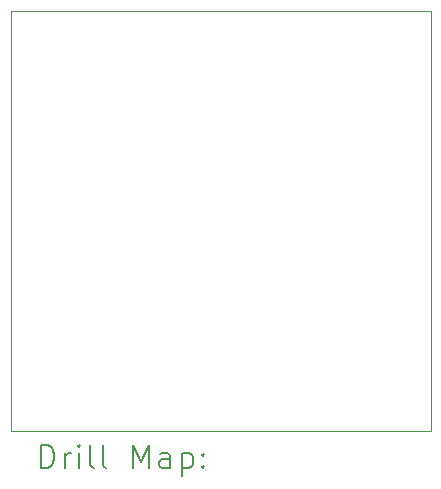
<source format=gbr>
%TF.GenerationSoftware,KiCad,Pcbnew,(6.0.10)*%
%TF.CreationDate,2023-12-21T18:09:12+10:00*%
%TF.ProjectId,Blinky,426c696e-6b79-42e6-9b69-6361645f7063,rev?*%
%TF.SameCoordinates,Original*%
%TF.FileFunction,Drillmap*%
%TF.FilePolarity,Positive*%
%FSLAX45Y45*%
G04 Gerber Fmt 4.5, Leading zero omitted, Abs format (unit mm)*
G04 Created by KiCad (PCBNEW (6.0.10)) date 2023-12-21 18:09:12*
%MOMM*%
%LPD*%
G01*
G04 APERTURE LIST*
%ADD10C,0.050000*%
%ADD11C,0.200000*%
G04 APERTURE END LIST*
D10*
X6223000Y-6096000D02*
X2667000Y-6096000D01*
X2667000Y-6096000D02*
X2667000Y-2540000D01*
X2667000Y-2540000D02*
X6223000Y-2540000D01*
X6223000Y-2540000D02*
X6223000Y-6096000D01*
D11*
X2922119Y-6408976D02*
X2922119Y-6208976D01*
X2969738Y-6208976D01*
X2998309Y-6218500D01*
X3017357Y-6237548D01*
X3026881Y-6256595D01*
X3036405Y-6294690D01*
X3036405Y-6323262D01*
X3026881Y-6361357D01*
X3017357Y-6380405D01*
X2998309Y-6399452D01*
X2969738Y-6408976D01*
X2922119Y-6408976D01*
X3122119Y-6408976D02*
X3122119Y-6275643D01*
X3122119Y-6313738D02*
X3131643Y-6294690D01*
X3141167Y-6285167D01*
X3160214Y-6275643D01*
X3179262Y-6275643D01*
X3245928Y-6408976D02*
X3245928Y-6275643D01*
X3245928Y-6208976D02*
X3236405Y-6218500D01*
X3245928Y-6228024D01*
X3255452Y-6218500D01*
X3245928Y-6208976D01*
X3245928Y-6228024D01*
X3369738Y-6408976D02*
X3350690Y-6399452D01*
X3341167Y-6380405D01*
X3341167Y-6208976D01*
X3474500Y-6408976D02*
X3455452Y-6399452D01*
X3445928Y-6380405D01*
X3445928Y-6208976D01*
X3703071Y-6408976D02*
X3703071Y-6208976D01*
X3769738Y-6351833D01*
X3836405Y-6208976D01*
X3836405Y-6408976D01*
X4017357Y-6408976D02*
X4017357Y-6304214D01*
X4007833Y-6285167D01*
X3988786Y-6275643D01*
X3950690Y-6275643D01*
X3931643Y-6285167D01*
X4017357Y-6399452D02*
X3998309Y-6408976D01*
X3950690Y-6408976D01*
X3931643Y-6399452D01*
X3922119Y-6380405D01*
X3922119Y-6361357D01*
X3931643Y-6342309D01*
X3950690Y-6332786D01*
X3998309Y-6332786D01*
X4017357Y-6323262D01*
X4112595Y-6275643D02*
X4112595Y-6475643D01*
X4112595Y-6285167D02*
X4131643Y-6275643D01*
X4169738Y-6275643D01*
X4188786Y-6285167D01*
X4198310Y-6294690D01*
X4207833Y-6313738D01*
X4207833Y-6370881D01*
X4198310Y-6389928D01*
X4188786Y-6399452D01*
X4169738Y-6408976D01*
X4131643Y-6408976D01*
X4112595Y-6399452D01*
X4293548Y-6389928D02*
X4303071Y-6399452D01*
X4293548Y-6408976D01*
X4284024Y-6399452D01*
X4293548Y-6389928D01*
X4293548Y-6408976D01*
X4293548Y-6285167D02*
X4303071Y-6294690D01*
X4293548Y-6304214D01*
X4284024Y-6294690D01*
X4293548Y-6285167D01*
X4293548Y-6304214D01*
M02*

</source>
